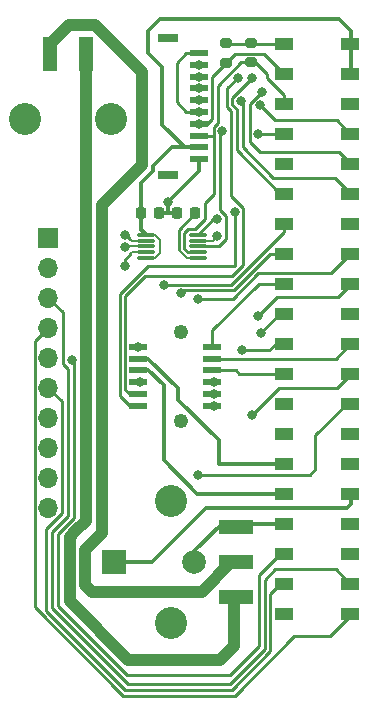
<source format=gtl>
%TF.GenerationSoftware,KiCad,Pcbnew,(6.0.5)*%
%TF.CreationDate,2022-06-23T22:14:41-04:00*%
%TF.ProjectId,pi_zero_shield,70695f7a-6572-46f5-9f73-6869656c642e,rev?*%
%TF.SameCoordinates,Original*%
%TF.FileFunction,Copper,L1,Top*%
%TF.FilePolarity,Positive*%
%FSLAX46Y46*%
G04 Gerber Fmt 4.6, Leading zero omitted, Abs format (unit mm)*
G04 Created by KiCad (PCBNEW (6.0.5)) date 2022-06-23 22:14:41*
%MOMM*%
%LPD*%
G01*
G04 APERTURE LIST*
G04 Aperture macros list*
%AMRoundRect*
0 Rectangle with rounded corners*
0 $1 Rounding radius*
0 $2 $3 $4 $5 $6 $7 $8 $9 X,Y pos of 4 corners*
0 Add a 4 corners polygon primitive as box body*
4,1,4,$2,$3,$4,$5,$6,$7,$8,$9,$2,$3,0*
0 Add four circle primitives for the rounded corners*
1,1,$1+$1,$2,$3*
1,1,$1+$1,$4,$5*
1,1,$1+$1,$6,$7*
1,1,$1+$1,$8,$9*
0 Add four rect primitives between the rounded corners*
20,1,$1+$1,$2,$3,$4,$5,0*
20,1,$1+$1,$4,$5,$6,$7,0*
20,1,$1+$1,$6,$7,$8,$9,0*
20,1,$1+$1,$8,$9,$2,$3,0*%
G04 Aperture macros list end*
%TA.AperFunction,SMDPad,CuDef*%
%ADD10RoundRect,0.225000X-0.225000X-0.250000X0.225000X-0.250000X0.225000X0.250000X-0.225000X0.250000X0*%
%TD*%
%TA.AperFunction,SMDPad,CuDef*%
%ADD11R,1.600000X0.600000*%
%TD*%
%TA.AperFunction,ComponentPad*%
%ADD12C,1.248000*%
%TD*%
%TA.AperFunction,SMDPad,CuDef*%
%ADD13R,1.270000X2.920000*%
%TD*%
%TA.AperFunction,ComponentPad*%
%ADD14C,2.710000*%
%TD*%
%TA.AperFunction,SMDPad,CuDef*%
%ADD15R,1.550000X0.600000*%
%TD*%
%TA.AperFunction,SMDPad,CuDef*%
%ADD16R,1.800000X0.800000*%
%TD*%
%TA.AperFunction,SMDPad,CuDef*%
%ADD17RoundRect,0.200000X-0.275000X0.200000X-0.275000X-0.200000X0.275000X-0.200000X0.275000X0.200000X0*%
%TD*%
%TA.AperFunction,ComponentPad*%
%ADD18R,1.700000X1.700000*%
%TD*%
%TA.AperFunction,ComponentPad*%
%ADD19O,1.700000X1.700000*%
%TD*%
%TA.AperFunction,SMDPad,CuDef*%
%ADD20RoundRect,0.225000X0.225000X0.250000X-0.225000X0.250000X-0.225000X-0.250000X0.225000X-0.250000X0*%
%TD*%
%TA.AperFunction,SMDPad,CuDef*%
%ADD21RoundRect,0.075000X0.650000X0.075000X-0.650000X0.075000X-0.650000X-0.075000X0.650000X-0.075000X0*%
%TD*%
%TA.AperFunction,SMDPad,CuDef*%
%ADD22R,1.650000X1.000000*%
%TD*%
%TA.AperFunction,SMDPad,CuDef*%
%ADD23R,1.600000X1.000000*%
%TD*%
%TA.AperFunction,SMDPad,CuDef*%
%ADD24R,2.920000X1.270000*%
%TD*%
%TA.AperFunction,ComponentPad*%
%ADD25R,2.000000X2.000000*%
%TD*%
%TA.AperFunction,ComponentPad*%
%ADD26C,2.000000*%
%TD*%
%TA.AperFunction,ViaPad*%
%ADD27C,0.800000*%
%TD*%
%TA.AperFunction,Conductor*%
%ADD28C,0.250000*%
%TD*%
%TA.AperFunction,Conductor*%
%ADD29C,0.350000*%
%TD*%
%TA.AperFunction,Conductor*%
%ADD30C,0.200000*%
%TD*%
%TA.AperFunction,Conductor*%
%ADD31C,1.000000*%
%TD*%
G04 APERTURE END LIST*
D10*
%TO.P,C1,1*%
%TO.N,+5V*%
X125600000Y-95987325D03*
%TO.P,C1,2*%
%TO.N,GND*%
X127150000Y-95987325D03*
%TD*%
D11*
%TO.P,J3,01,01*%
%TO.N,GND*%
X125375000Y-107275000D03*
%TO.P,J3,02,02*%
%TO.N,+3.3VP*%
X131625000Y-107275000D03*
%TO.P,J3,03,03*%
%TO.N,Green_LED*%
X125375000Y-108275000D03*
%TO.P,J3,04,04*%
%TO.N,Hall_Video*%
X131625000Y-108275000D03*
%TO.P,J3,05,05*%
%TO.N,Red_LED*%
X125375000Y-109275000D03*
%TO.P,J3,06,06*%
%TO.N,Hall_Wifi*%
X131625000Y-109275000D03*
%TO.P,J3,07,07*%
%TO.N,Hall_Button*%
X125375000Y-110275000D03*
%TO.P,J3,08,08*%
%TO.N,Hall_Image*%
X131625000Y-110275000D03*
%TO.P,J3,09,09*%
%TO.N,+3V3*%
X125375000Y-111275000D03*
%TO.P,J3,10,10*%
%TO.N,Hall_M2*%
X131625000Y-111275000D03*
%TO.P,J3,11,11*%
%TO.N,~{SHUT_DWN_SIG}*%
X125375000Y-112275000D03*
%TO.P,J3,12,12*%
%TO.N,Hall_M1*%
X131625000Y-112275000D03*
D12*
%TO.P,J3,S1,SHIELD*%
%TO.N,unconnected-(J3-PadS1)*%
X129000000Y-106025000D03*
%TO.P,J3,S2,SHIELD*%
%TO.N,unconnected-(J3-PadS2)*%
X129000000Y-113525000D03*
%TD*%
D13*
%TO.P,J5,1,Pin_1*%
%TO.N,+12V*%
X120900000Y-82495000D03*
%TO.P,J5,2,Pin_2*%
%TO.N,GNDPWR*%
X117900000Y-82495000D03*
D14*
%TO.P,J5,MP*%
%TO.N,N/C*%
X123050000Y-87965000D03*
X115750000Y-87965000D03*
%TD*%
D15*
%TO.P,J1,01,01*%
%TO.N,GND*%
X130457500Y-91400000D03*
%TO.P,J1,02,02*%
%TO.N,+5V*%
X130457500Y-90400000D03*
%TO.P,J1,03,03*%
%TO.N,SCL*%
X130457500Y-89400000D03*
%TO.P,J1,04,04*%
%TO.N,SDA*%
X130457500Y-88400000D03*
%TO.P,J1,05,05*%
%TO.N,~{SHUT_DWN_SIG}*%
X130457500Y-87400000D03*
%TO.P,J1,06,06*%
%TO.N,ENDCAP_EN*%
X130457500Y-86400000D03*
%TO.P,J1,07,07*%
%TO.N,GPS_INT*%
X130457500Y-85400000D03*
%TO.P,J1,08,08*%
%TO.N,IMU_INT*%
X130457500Y-84400000D03*
%TO.P,J1,09,09*%
%TO.N,+3V3*%
X130457500Y-83400000D03*
%TO.P,J1,10,10*%
%TO.N,~{SHUT_DWN_SIG}*%
X130457500Y-82400000D03*
D16*
%TO.P,J1,S1*%
%TO.N,N/C*%
X127882500Y-92700000D03*
%TO.P,J1,S2*%
X127882500Y-81100000D03*
%TD*%
D17*
%TO.P,R2,1*%
%TO.N,/3.3V pullup*%
X132800000Y-81575000D03*
%TO.P,R2,2*%
%TO.N,SDA*%
X132800000Y-83225000D03*
%TD*%
D18*
%TO.P,J4,1,Pin_1*%
%TO.N,/H+*%
X117750000Y-98025000D03*
D19*
%TO.P,J4,2,Pin_2*%
%TO.N,/H-*%
X117750000Y-100565000D03*
%TO.P,J4,3,Pin_3*%
%TO.N,GPIO20*%
X117750000Y-103105000D03*
%TO.P,J4,4,Pin_4*%
%TO.N,GPIO21*%
X117750000Y-105645000D03*
%TO.P,J4,5,Pin_5*%
%TO.N,GPIO19*%
X117750000Y-108185000D03*
%TO.P,J4,6,Pin_6*%
%TO.N,GPIO26*%
X117750000Y-110725000D03*
%TO.P,J4,7,Pin_7*%
%TO.N,GPIO27*%
X117750000Y-113265000D03*
%TO.P,J4,8,Pin_8*%
%TO.N,GPIO22*%
X117750000Y-115805000D03*
%TO.P,J4,9,Pin_9*%
%TO.N,GPIO23*%
X117750000Y-118345000D03*
%TO.P,J4,10,Pin_10*%
%TO.N,GPIO17*%
X117750000Y-120885000D03*
%TD*%
D20*
%TO.P,C2,1*%
%TO.N,Net-(C2-Pad1)*%
X130175000Y-95987325D03*
%TO.P,C2,2*%
%TO.N,GND*%
X128625000Y-95987325D03*
%TD*%
D21*
%TO.P,U1,1,REG*%
%TO.N,Net-(C2-Pad1)*%
X130400000Y-99782325D03*
%TO.P,U1,2,SCL*%
%TO.N,SCL*%
X130400000Y-99282325D03*
%TO.P,U1,3,SDA*%
%TO.N,SDA*%
X130400000Y-98782325D03*
%TO.P,U1,4,IN/TRIG*%
%TO.N,GND*%
X130400000Y-98282325D03*
%TO.P,U1,5,EN*%
%TO.N,Haptic_EN*%
X130400000Y-97782325D03*
%TO.P,U1,6,VDD/NC*%
%TO.N,+5V*%
X126000000Y-97782325D03*
%TO.P,U1,7,OUT+*%
%TO.N,/H+*%
X126000000Y-98282325D03*
%TO.P,U1,8,GND*%
%TO.N,GND*%
X126000000Y-98782325D03*
%TO.P,U1,9,OUT-*%
%TO.N,/H-*%
X126000000Y-99282325D03*
%TO.P,U1,10,VDD*%
%TO.N,+5V*%
X126000000Y-99782325D03*
%TD*%
D17*
%TO.P,R1,1*%
%TO.N,/3.3V pullup*%
X134900000Y-81550000D03*
%TO.P,R1,2*%
%TO.N,SCL*%
X134900000Y-83200000D03*
%TD*%
D22*
%TO.P,J2,1,Pin_1*%
%TO.N,/3.3V pullup*%
X137675000Y-81620000D03*
D23*
%TO.P,J2,2,Pin_2*%
%TO.N,+5V*%
X143325000Y-81620000D03*
D22*
%TO.P,J2,3,Pin_3*%
%TO.N,SDA*%
X137675000Y-84160000D03*
D23*
%TO.P,J2,4,Pin_4*%
%TO.N,+5V*%
X143325000Y-84160000D03*
%TO.P,J2,5,Pin_5*%
%TO.N,SCL*%
X137675000Y-86700000D03*
%TO.P,J2,6,Pin_6*%
%TO.N,GND*%
X143325000Y-86700000D03*
%TO.P,J2,7,Pin_7*%
%TO.N,Haptic_EN*%
X137675000Y-89240000D03*
%TO.P,J2,8,Pin_8*%
%TO.N,~{SHUT_DWN_SIG}*%
X143325000Y-89240000D03*
%TO.P,J2,9,Pin_9*%
%TO.N,GND*%
X137675000Y-91780000D03*
%TO.P,J2,10,Pin_10*%
%TO.N,GPS_INT*%
X143325000Y-91780000D03*
%TO.P,J2,11,Pin_11*%
%TO.N,IMU_INT*%
X137675000Y-94320000D03*
%TO.P,J2,12,Pin_12*%
%TO.N,ENDCAP_EN*%
X143325000Y-94320000D03*
%TO.P,J2,13,Pin_13*%
%TO.N,GPIO27*%
X137675000Y-96860000D03*
%TO.P,J2,14,Pin_14*%
%TO.N,GND*%
X143325000Y-96860000D03*
%TO.P,J2,15,Pin_15*%
%TO.N,GPIO22*%
X137675000Y-99400000D03*
%TO.P,J2,16,Pin_16*%
%TO.N,GPIO23*%
X143325000Y-99400000D03*
%TO.P,J2,17,Pin_17*%
%TO.N,+3.3VP*%
X137675000Y-101940000D03*
%TO.P,J2,18,Pin_18*%
%TO.N,Hall_M2*%
X143325000Y-101940000D03*
%TO.P,J2,19,Pin_19*%
%TO.N,Hall_M1*%
X137675000Y-104480000D03*
%TO.P,J2,20,Pin_20*%
%TO.N,GND*%
X143325000Y-104480000D03*
%TO.P,J2,21,Pin_21*%
%TO.N,Hall_Image*%
X137675000Y-107020000D03*
%TO.P,J2,22,Pin_22*%
%TO.N,Hall_Video*%
X143325000Y-107020000D03*
%TO.P,J2,23,Pin_23*%
%TO.N,Hall_Wifi*%
X137675000Y-109560000D03*
%TO.P,J2,24,Pin_24*%
%TO.N,Hall_Button*%
X143325000Y-109560000D03*
%TO.P,J2,25,Pin_25*%
%TO.N,GND*%
X137675000Y-112100000D03*
%TO.P,J2,26,Pin_26*%
%TO.N,GPIO17*%
X143325000Y-112100000D03*
%TO.P,J2,27,Pin_27*%
%TO.N,unconnected-(J2-Pad27)*%
X137675000Y-114640000D03*
%TO.P,J2,28,Pin_28*%
%TO.N,unconnected-(J2-Pad28)*%
X143325000Y-114640000D03*
%TO.P,J2,29,Pin_29*%
%TO.N,Green_LED*%
X137675000Y-117180000D03*
%TO.P,J2,30,Pin_30*%
%TO.N,GND*%
X143325000Y-117180000D03*
%TO.P,J2,31,Pin_31*%
%TO.N,Red_LED*%
X137675000Y-119720000D03*
%TO.P,J2,32,Pin_32*%
%TO.N,Net-(BZ1-Pad1)*%
X143325000Y-119720000D03*
%TO.P,J2,33,Pin_33*%
%TO.N,/PWM_13*%
X137675000Y-122260000D03*
%TO.P,J2,34,Pin_34*%
%TO.N,GND*%
X143325000Y-122260000D03*
%TO.P,J2,35,Pin_35*%
%TO.N,GPIO19*%
X137675000Y-124800000D03*
%TO.P,J2,36,Pin_36*%
%TO.N,unconnected-(J2-Pad36)*%
X143325000Y-124800000D03*
%TO.P,J2,37,Pin_37*%
%TO.N,GPIO26*%
X137675000Y-127340000D03*
%TO.P,J2,38,Pin_38*%
%TO.N,GPIO20*%
X143325000Y-127340000D03*
%TO.P,J2,39,Pin_39*%
%TO.N,GND*%
X137675000Y-129880000D03*
%TO.P,J2,40,Pin_40*%
%TO.N,GPIO21*%
X143325000Y-129880000D03*
%TD*%
D24*
%TO.P,J6,1,Pin_1*%
%TO.N,+12V*%
X133600000Y-128500000D03*
%TO.P,J6,2,Pin_2*%
%TO.N,GNDPWR*%
X133600000Y-125500000D03*
%TO.P,J6,3,Pin_3*%
%TO.N,/PWM_13*%
X133600000Y-122500000D03*
D14*
%TO.P,J6,MP*%
%TO.N,N/C*%
X128130000Y-130650000D03*
X128130000Y-120350000D03*
%TD*%
D25*
%TO.P,BZ1,1,-*%
%TO.N,Net-(BZ1-Pad1)*%
X123340000Y-125490000D03*
D26*
%TO.P,BZ1,2,+*%
%TO.N,/PWM_13*%
X130090000Y-125490000D03*
%TD*%
D27*
%TO.N,GPIO27*%
X127545970Y-102025500D03*
%TO.N,GPIO22*%
X128975000Y-102750000D03*
%TO.N,GPIO23*%
X130425000Y-103200000D03*
%TO.N,Hall_M2*%
X135525000Y-104625000D03*
X131750000Y-111275000D03*
%TO.N,Hall_M1*%
X135775000Y-106125000D03*
X131750000Y-112275000D03*
%TO.N,Hall_Image*%
X134150000Y-107550500D03*
X131750000Y-110275000D03*
%TO.N,Hall_Button*%
X134950000Y-113050000D03*
X125500000Y-110275000D03*
%TO.N,GPIO17*%
X130450000Y-118100000D03*
%TO.N,GPIO19*%
X119750500Y-108372682D03*
%TO.N,/H+*%
X124249500Y-97837325D03*
%TO.N,/H-*%
X124249500Y-100437325D03*
%TO.N,Haptic_EN*%
X135524500Y-89299465D03*
X132040775Y-96476772D03*
%TO.N,GND*%
X143300000Y-96850000D03*
X143300000Y-86750000D03*
X132056783Y-97894108D03*
X127900000Y-94987325D03*
X125350000Y-107275000D03*
X137650000Y-129900000D03*
X143350000Y-117200000D03*
X143350000Y-104500000D03*
X124257972Y-98836792D03*
X137650000Y-112100000D03*
X143350000Y-122250000D03*
X137700000Y-91800000D03*
%TO.N,SDA*%
X132475500Y-89000000D03*
X130465433Y-88432532D03*
%TO.N,~{SHUT_DWN_SIG}*%
X130457500Y-87400000D03*
X135696046Y-86821437D03*
X133524500Y-95862299D03*
%TO.N,ENDCAP_EN*%
X130500000Y-86400000D03*
X134052189Y-86475590D03*
%TO.N,GPS_INT*%
X135802932Y-85689953D03*
X130500000Y-85400000D03*
%TO.N,IMU_INT*%
X135000000Y-84500000D03*
X130500000Y-84400000D03*
%TO.N,+3V3*%
X130500000Y-83400000D03*
X133800000Y-84475500D03*
%TD*%
D28*
%TO.N,+3.3VP*%
X135560000Y-101940000D02*
X131625000Y-105875000D01*
X131625000Y-105875000D02*
X131625000Y-107275000D01*
X137625000Y-101940000D02*
X135560000Y-101940000D01*
%TO.N,+3V3*%
X132878177Y-85397323D02*
X133800000Y-84475500D01*
X132878177Y-86961882D02*
X132878177Y-85397323D01*
X133200000Y-94513199D02*
X133200000Y-87283705D01*
X134249001Y-95562200D02*
X133200000Y-94513199D01*
X134249001Y-100386689D02*
X134249001Y-95562200D01*
X133200000Y-87283705D02*
X132878177Y-86961882D01*
X133334691Y-101300999D02*
X134249001Y-100386689D01*
X125924001Y-101300999D02*
X133334691Y-101300999D01*
X124250489Y-102974511D02*
X125924001Y-101300999D01*
X124250489Y-110899511D02*
X124250489Y-102974511D01*
%TO.N,~{SHUT_DWN_SIG}*%
X133524500Y-100404774D02*
X133524500Y-95862299D01*
%TO.N,+3V3*%
X125375000Y-111275000D02*
X124625978Y-111275000D01*
%TO.N,~{SHUT_DWN_SIG}*%
X123800979Y-102788317D02*
X126184522Y-100404774D01*
X124625978Y-112275000D02*
X123800979Y-111450001D01*
X125375000Y-112275000D02*
X124625978Y-112275000D01*
%TO.N,+3V3*%
X124625978Y-111275000D02*
X124250489Y-110899511D01*
%TO.N,~{SHUT_DWN_SIG}*%
X126184522Y-100404774D02*
X133524500Y-100404774D01*
X123800979Y-111450001D02*
X123800979Y-102788317D01*
%TO.N,Hall_M1*%
X137350000Y-104480000D02*
X135775000Y-106055000D01*
X137625000Y-104480000D02*
X137350000Y-104480000D01*
X135775000Y-106055000D02*
X135775000Y-106125000D01*
%TO.N,Hall_M2*%
X137085489Y-103064511D02*
X135525000Y-104625000D01*
X143375000Y-101940000D02*
X142250489Y-103064511D01*
X142250489Y-103064511D02*
X137085489Y-103064511D01*
%TO.N,Hall_Button*%
X143375000Y-109560000D02*
X142185000Y-110750000D01*
X142185000Y-110750000D02*
X137250000Y-110750000D01*
X137250000Y-110750000D02*
X134950000Y-113050000D01*
%TO.N,Hall_Wifi*%
X133910000Y-109560000D02*
X137625000Y-109560000D01*
X133625000Y-109275000D02*
X133910000Y-109560000D01*
X131625000Y-109275000D02*
X133625000Y-109275000D01*
%TO.N,Hall_Video*%
X142070000Y-108275000D02*
X131625000Y-108275000D01*
X143325000Y-107020000D02*
X142070000Y-108275000D01*
%TO.N,Hall_Image*%
X136449500Y-107550500D02*
X134150000Y-107550500D01*
X137625000Y-107020000D02*
X136980000Y-107020000D01*
X136980000Y-107020000D02*
X136449500Y-107550500D01*
D29*
%TO.N,Red_LED*%
X126224022Y-109275000D02*
X125375000Y-109275000D01*
X127500000Y-116900000D02*
X127500000Y-110550978D01*
X127500000Y-110550978D02*
X126224022Y-109275000D01*
X130320000Y-119720000D02*
X127500000Y-116900000D01*
X137625000Y-119720000D02*
X130320000Y-119720000D01*
D28*
%TO.N,GPIO17*%
X140354511Y-117645789D02*
X139900300Y-118100000D01*
X143025000Y-112100000D02*
X140354511Y-114770489D01*
X140354511Y-114770489D02*
X140354511Y-117645789D01*
X139900300Y-118100000D02*
X130450000Y-118100000D01*
X143325000Y-112100000D02*
X143025000Y-112100000D01*
D29*
%TO.N,Green_LED*%
X132180000Y-117180000D02*
X132180000Y-115205000D01*
X125375000Y-108275000D02*
X126224022Y-108275000D01*
X126224022Y-108275000D02*
X128750000Y-110800978D01*
X128750000Y-110800978D02*
X128750000Y-111775000D01*
X128750000Y-111775000D02*
X132180000Y-115205000D01*
D28*
%TO.N,GPIO27*%
X137675000Y-96860000D02*
X137675000Y-97596408D01*
%TO.N,GPIO22*%
X129249501Y-102475499D02*
X128975000Y-102750000D01*
X133431613Y-102475499D02*
X129249501Y-102475499D01*
X136507112Y-99400000D02*
X133431613Y-102475499D01*
X137675000Y-99400000D02*
X136507112Y-99400000D01*
%TO.N,GPIO27*%
X133245908Y-102025500D02*
X127545970Y-102025500D01*
X137675000Y-97596408D02*
X133245908Y-102025500D01*
%TO.N,GPIO23*%
X143325000Y-99400000D02*
X141680218Y-101044782D01*
X133342814Y-103200000D02*
X130425000Y-103200000D01*
X141680218Y-101044782D02*
X135498032Y-101044782D01*
X135498032Y-101044782D02*
X133342814Y-103200000D01*
%TO.N,GPIO21*%
X116575489Y-106819511D02*
X117750000Y-105645000D01*
X116575489Y-129334734D02*
X116575489Y-106819511D01*
X133526477Y-136798523D02*
X124039278Y-136798523D01*
X141600000Y-131775000D02*
X138550000Y-131775000D01*
X124039278Y-136798523D02*
X116575489Y-129334734D01*
X143325000Y-130050000D02*
X141600000Y-131775000D01*
X143325000Y-129880000D02*
X143325000Y-130050000D01*
X138550000Y-131775000D02*
X133526477Y-136798523D01*
%TO.N,GPIO26*%
X118924511Y-121375912D02*
X118924511Y-111899511D01*
X124246681Y-136299511D02*
X117570978Y-129623808D01*
X133292343Y-136299511D02*
X124246681Y-136299511D01*
X117570978Y-129623808D02*
X117570978Y-122729445D01*
X136549513Y-128165487D02*
X136549513Y-133042341D01*
X117570978Y-122729445D02*
X118924511Y-121375912D01*
X137375000Y-127340000D02*
X136549513Y-128165487D01*
X118924511Y-111899511D02*
X117750000Y-110725000D01*
X136549513Y-133042341D02*
X133292343Y-136299511D01*
X137675000Y-127340000D02*
X137375000Y-127340000D01*
%TO.N,Net-(C2-Pad1)*%
X128775489Y-97386836D02*
X128775489Y-99113163D01*
D30*
X129444650Y-99782325D02*
X128775489Y-99113163D01*
X130400000Y-99782325D02*
X129444650Y-99782325D01*
D28*
X130175000Y-95987325D02*
X128775489Y-97386836D01*
D29*
%TO.N,Green_LED*%
X132180000Y-117180000D02*
X137625000Y-117180000D01*
D28*
%TO.N,GPIO19*%
X118570000Y-129210000D02*
X118570000Y-123138840D01*
X118570000Y-123138840D02*
X119923533Y-121785307D01*
X119923533Y-121785307D02*
X119923532Y-120976136D01*
X124434510Y-135074510D02*
X118570000Y-129210000D01*
X137675000Y-124800000D02*
X137375000Y-124800000D01*
X135550491Y-126624509D02*
X135550491Y-132628531D01*
X119923532Y-120976136D02*
X119939511Y-120960157D01*
X133104512Y-135074510D02*
X124434510Y-135074510D01*
X119940000Y-108562182D02*
X119750500Y-108372682D01*
X119939522Y-120253732D02*
X119940000Y-120253255D01*
X119939511Y-120960141D02*
X119939522Y-120960130D01*
X119939522Y-120960130D02*
X119939522Y-120253732D01*
X137375000Y-124800000D02*
X135550491Y-126624509D01*
X119940000Y-120253255D02*
X119940000Y-108562182D01*
X119939511Y-120960157D02*
X119939511Y-120960141D01*
X135550491Y-132628531D02*
X133104512Y-135074510D01*
%TO.N,GPIO20*%
X124453086Y-135799501D02*
X118070489Y-129416904D01*
X136050002Y-132835436D02*
X133085937Y-135799501D01*
X136945978Y-126120000D02*
X136050002Y-127015976D01*
X119440489Y-109122482D02*
X119007948Y-108689941D01*
X119007948Y-108689941D02*
X119007948Y-104362948D01*
X136050002Y-127015976D02*
X136050002Y-132835436D01*
X119440000Y-109142971D02*
X119440489Y-109142482D01*
X119440489Y-109142482D02*
X119440489Y-109122482D01*
X133085937Y-135799501D02*
X124453086Y-135799501D01*
X118070489Y-122936350D02*
X119440000Y-121566839D01*
X143325000Y-127340000D02*
X142105000Y-126120000D01*
X119007948Y-104362948D02*
X117750000Y-103105000D01*
X142105000Y-126120000D02*
X136945978Y-126120000D01*
X118070489Y-129416904D02*
X118070489Y-122936350D01*
X119440000Y-121566839D02*
X119440000Y-109142971D01*
D30*
%TO.N,/H+*%
X126000000Y-98282325D02*
X124795000Y-98282325D01*
D28*
X124350000Y-97837325D02*
X124249500Y-97837325D01*
X124700000Y-98187325D02*
X124350000Y-97837325D01*
D30*
X124795000Y-98282325D02*
X124700000Y-98187325D01*
D28*
%TO.N,/H-*%
X124700000Y-99437325D02*
X124249500Y-99887825D01*
X124249500Y-99887825D02*
X124249500Y-100437325D01*
D30*
X126000000Y-99282325D02*
X124855000Y-99282325D01*
X124855000Y-99282325D02*
X124700000Y-99437325D01*
D29*
%TO.N,/PWM_13*%
X132440000Y-122260000D02*
X137625000Y-122260000D01*
X130100000Y-124600000D02*
X132440000Y-122260000D01*
X130100000Y-125500000D02*
X130100000Y-124600000D01*
D28*
%TO.N,Haptic_EN*%
X130400000Y-97782325D02*
X131705553Y-96476772D01*
X131705553Y-96476772D02*
X132040775Y-96476772D01*
X135583965Y-89240000D02*
X135524500Y-89299465D01*
X137625000Y-89240000D02*
X135583965Y-89240000D01*
D29*
%TO.N,GND*%
X127900000Y-94987325D02*
X130457500Y-92429825D01*
X127150000Y-95987325D02*
X127900000Y-95987325D01*
X127900000Y-95987325D02*
X127900000Y-94987325D01*
D30*
X131668566Y-98282325D02*
X132056783Y-97894108D01*
D29*
X127900000Y-95987325D02*
X128625000Y-95987325D01*
X130457500Y-92429825D02*
X130457500Y-91400000D01*
D30*
X126000000Y-98782325D02*
X124312439Y-98782325D01*
X130400000Y-98282325D02*
X131668566Y-98282325D01*
X124312439Y-98782325D02*
X124257972Y-98836792D01*
D29*
%TO.N,+5V*%
X127400000Y-88467500D02*
X127400000Y-83600000D01*
X130457500Y-90400000D02*
X129332500Y-90400000D01*
X142359022Y-79500000D02*
X143375000Y-80515978D01*
X143375000Y-80515978D02*
X143375000Y-84160000D01*
D30*
X126754651Y-97782325D02*
X126000000Y-97782325D01*
X127200000Y-99336976D02*
X127200000Y-98227674D01*
X127200000Y-98227674D02*
X126754651Y-97782325D01*
D29*
X125600000Y-97382325D02*
X125975480Y-97757805D01*
X126200000Y-80500000D02*
X127200000Y-79500000D01*
X128207455Y-90400000D02*
X130457500Y-90400000D01*
X126607989Y-92399466D02*
X126607989Y-91999466D01*
X125600000Y-95987325D02*
X125600000Y-97382325D01*
X129332500Y-90400000D02*
X127400000Y-88467500D01*
X126200000Y-82400000D02*
X126200000Y-80500000D01*
X127400000Y-83600000D02*
X126200000Y-82400000D01*
X126607989Y-91999466D02*
X128207455Y-90400000D01*
X125600000Y-93407456D02*
X126607989Y-92399466D01*
D30*
X126754651Y-99782325D02*
X127200000Y-99336976D01*
X126000000Y-99782325D02*
X126754651Y-99782325D01*
D29*
X125600000Y-95987325D02*
X125600000Y-93407456D01*
X127200000Y-79500000D02*
X142359022Y-79500000D01*
D28*
%TO.N,SCL*%
X132075499Y-85175401D02*
X134050900Y-83200000D01*
X136224501Y-84499501D02*
X137675000Y-85950000D01*
X134050900Y-83200000D02*
X134900000Y-83200000D01*
X131800000Y-94300000D02*
X131800000Y-89400000D01*
X132075499Y-88299901D02*
X132075499Y-85175401D01*
X131000000Y-95100000D02*
X131000000Y-96475489D01*
X136224501Y-84199901D02*
X136224501Y-84499501D01*
X135224600Y-83200000D02*
X136224501Y-84199901D01*
X131800000Y-89400000D02*
X131750999Y-89350999D01*
X131750999Y-88624401D02*
X132075499Y-88299901D01*
X129545000Y-99282325D02*
X130400000Y-99282325D01*
X131750999Y-89350999D02*
X131750999Y-88624401D01*
X129225000Y-97667319D02*
X129225000Y-98962325D01*
X134900000Y-83200000D02*
X135224600Y-83200000D01*
X130457500Y-89400000D02*
X131800000Y-89400000D01*
X137675000Y-85950000D02*
X137675000Y-86700000D01*
X131000000Y-96475489D02*
X130167684Y-97307805D01*
X129584514Y-97307805D02*
X129225000Y-97667319D01*
X129225000Y-98962325D02*
X129545000Y-99282325D01*
X131000000Y-95100000D02*
X131800000Y-94300000D01*
X130167684Y-97307805D02*
X129584514Y-97307805D01*
%TO.N,SDA*%
X132193164Y-98782325D02*
X132800000Y-98175489D01*
X130457500Y-88400000D02*
X130465433Y-88407933D01*
X133549520Y-82475480D02*
X132800000Y-83225000D01*
X130465433Y-88407933D02*
X130465433Y-88432532D01*
X130400000Y-98782325D02*
X132193164Y-98782325D01*
X132300000Y-89175500D02*
X132475500Y-89000000D01*
X131625988Y-88013708D02*
X131207164Y-88432532D01*
X135990480Y-82475480D02*
X133549520Y-82475480D01*
X131625988Y-84399012D02*
X131625988Y-88013708D01*
X131207164Y-88432532D02*
X130465433Y-88432532D01*
X137675000Y-84160000D02*
X135990480Y-82475480D01*
X132800000Y-96211399D02*
X132300000Y-95711399D01*
X132800000Y-83225000D02*
X131625988Y-84399012D01*
X132800000Y-98175489D02*
X132800000Y-96211399D01*
X132300000Y-95711399D02*
X132300000Y-89175500D01*
%TO.N,~{SHUT_DWN_SIG}*%
X129432500Y-82400000D02*
X128600000Y-83232500D01*
X136958057Y-88083448D02*
X135696046Y-86821437D01*
X130457500Y-82400000D02*
X129432500Y-82400000D01*
X129432500Y-87400000D02*
X130457500Y-87400000D01*
X142168448Y-88083448D02*
X136958057Y-88083448D01*
X128600000Y-83232500D02*
X128600000Y-86567500D01*
X128600000Y-86567500D02*
X129432500Y-87400000D01*
X143325000Y-89240000D02*
X142168448Y-88083448D01*
%TO.N,ENDCAP_EN*%
X143375000Y-94320000D02*
X142055000Y-93000000D01*
X134200000Y-90400000D02*
X134200000Y-86623401D01*
X134200000Y-86623401D02*
X134052189Y-86475590D01*
X142055000Y-93000000D02*
X136800000Y-93000000D01*
X136800000Y-93000000D02*
X134200000Y-90400000D01*
%TO.N,GPS_INT*%
X135650000Y-90750000D02*
X134800000Y-89900000D01*
X134800000Y-89900000D02*
X134800000Y-86692885D01*
X134800000Y-86692885D02*
X135802932Y-85689953D01*
X142345000Y-90750000D02*
X135650000Y-90750000D01*
X143375000Y-91780000D02*
X142345000Y-90750000D01*
%TO.N,IMU_INT*%
X133675499Y-87123500D02*
X133327688Y-86775689D01*
X133327688Y-86775689D02*
X133327688Y-86172312D01*
X133327688Y-86172312D02*
X135000000Y-84500000D01*
X137375000Y-94320000D02*
X133675499Y-90620499D01*
X133675499Y-90620499D02*
X133675499Y-87123500D01*
X137675000Y-94320000D02*
X137375000Y-94320000D01*
%TO.N,/3.3V pullup*%
X137675000Y-81620000D02*
X132555000Y-81620000D01*
D31*
%TO.N,+12V*%
X120039511Y-122906075D02*
X120039511Y-122910487D01*
X120900000Y-122045585D02*
X120039511Y-122906075D01*
X132300000Y-133800000D02*
X133500000Y-132600000D01*
X124530000Y-133800000D02*
X132300000Y-133800000D01*
X133500000Y-132600000D02*
X133500000Y-128500000D01*
X119540000Y-128810000D02*
X124530000Y-133800000D01*
X120900000Y-82495000D02*
X120900000Y-122045585D01*
X120039511Y-122910487D02*
X119540000Y-123409998D01*
X119540000Y-123409998D02*
X119540000Y-128810000D01*
%TO.N,GNDPWR*%
X122300000Y-95300000D02*
X125683478Y-91916522D01*
X119535000Y-80035000D02*
X117900000Y-81670000D01*
X121440000Y-128020000D02*
X120830000Y-127410000D01*
X125700000Y-84000000D02*
X121735000Y-80035000D01*
X120830000Y-124500978D02*
X122300000Y-123030978D01*
X117900000Y-81670000D02*
X117900000Y-82495000D01*
X122300000Y-123030978D02*
X122300000Y-95300000D01*
X130725245Y-128020000D02*
X121440000Y-128020000D01*
X120830000Y-127410000D02*
X120830000Y-124500978D01*
X125683478Y-91916522D02*
X125683478Y-91542545D01*
X121735000Y-80035000D02*
X119535000Y-80035000D01*
X125683478Y-91542545D02*
X125700000Y-91526023D01*
X125700000Y-91526023D02*
X125700000Y-84000000D01*
X133245245Y-125500000D02*
X130725245Y-128020000D01*
X133290489Y-125500000D02*
X133245245Y-125500000D01*
D29*
%TO.N,Net-(BZ1-Pad1)*%
X143050489Y-120894511D02*
X143375000Y-120570000D01*
X143375000Y-120570000D02*
X143375000Y-119720000D01*
X131105489Y-120894511D02*
X126510000Y-125490000D01*
X131105489Y-120894511D02*
X143050489Y-120894511D01*
X126510000Y-125490000D02*
X123340000Y-125490000D01*
%TD*%
M02*

</source>
